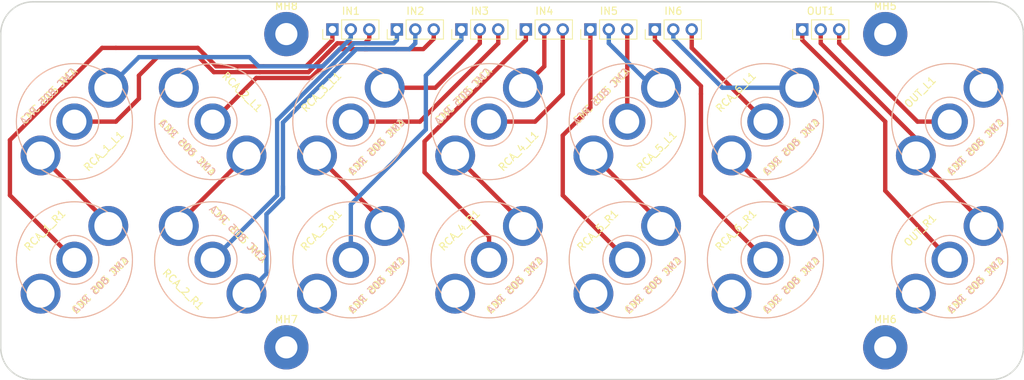
<source format=kicad_pcb>
(kicad_pcb (version 20171130) (host pcbnew "(5.0.1-3-g963ef8bb5)")

  (general
    (thickness 1.6)
    (drawings 8)
    (tracks 121)
    (zones 0)
    (modules 25)
    (nets 22)
  )

  (page A4)
  (layers
    (0 Top signal)
    (31 Bottom signal)
    (32 B.Adhes user)
    (33 F.Adhes user)
    (34 B.Paste user hide)
    (35 F.Paste user)
    (36 B.SilkS user hide)
    (37 F.SilkS user)
    (38 B.Mask user)
    (39 F.Mask user)
    (40 Dwgs.User user)
    (41 Cmts.User user)
    (42 Eco1.User user)
    (43 Eco2.User user)
    (44 Edge.Cuts user)
    (45 Margin user)
    (46 B.CrtYd user hide)
    (47 F.CrtYd user)
    (48 B.Fab user)
    (49 F.Fab user hide)
  )

  (setup
    (last_trace_width 0.25)
    (trace_clearance 0.2)
    (zone_clearance 0.508)
    (zone_45_only no)
    (trace_min 0.2)
    (segment_width 0.2)
    (edge_width 0.2)
    (via_size 0.8)
    (via_drill 0.4)
    (via_min_size 0.4)
    (via_min_drill 0.3)
    (uvia_size 0.3)
    (uvia_drill 0.1)
    (uvias_allowed no)
    (uvia_min_size 0.2)
    (uvia_min_drill 0.1)
    (pcb_text_width 0.3)
    (pcb_text_size 1.5 1.5)
    (mod_edge_width 0.15)
    (mod_text_size 1 1)
    (mod_text_width 0.15)
    (pad_size 6.1 6.1)
    (pad_drill 3.05)
    (pad_to_mask_clearance 0.2)
    (solder_mask_min_width 0.25)
    (aux_axis_origin 0 0)
    (visible_elements FFFFFFFF)
    (pcbplotparams
      (layerselection 0x010fc_ffffffff)
      (usegerberextensions false)
      (usegerberattributes false)
      (usegerberadvancedattributes false)
      (creategerberjobfile false)
      (excludeedgelayer true)
      (linewidth 0.100000)
      (plotframeref false)
      (viasonmask false)
      (mode 1)
      (useauxorigin false)
      (hpglpennumber 1)
      (hpglpenspeed 20)
      (hpglpendiameter 15.000000)
      (psnegative false)
      (psa4output false)
      (plotreference true)
      (plotvalue true)
      (plotinvisibletext false)
      (padsonsilk false)
      (subtractmaskfromsilk false)
      (outputformat 1)
      (mirror false)
      (drillshape 1)
      (scaleselection 1)
      (outputdirectory ""))
  )

  (net 0 "")
  (net 1 "Net-(IN1-Pad1)")
  (net 2 "Net-(IN1-Pad2)")
  (net 3 "Net-(IN1-Pad3)")
  (net 4 "Net-(IN2-Pad3)")
  (net 5 "Net-(IN2-Pad2)")
  (net 6 "Net-(IN2-Pad1)")
  (net 7 "Net-(IN3-Pad1)")
  (net 8 "Net-(IN3-Pad2)")
  (net 9 "Net-(IN3-Pad3)")
  (net 10 "Net-(IN4-Pad3)")
  (net 11 "Net-(IN4-Pad2)")
  (net 12 "Net-(IN4-Pad1)")
  (net 13 "Net-(IN5-Pad1)")
  (net 14 "Net-(IN5-Pad2)")
  (net 15 "Net-(IN5-Pad3)")
  (net 16 "Net-(IN6-Pad3)")
  (net 17 "Net-(IN6-Pad2)")
  (net 18 "Net-(IN6-Pad1)")
  (net 19 "Net-(OUT1-Pad1)")
  (net 20 "Net-(OUT1-Pad2)")
  (net 21 "Net-(OUT1-Pad3)")

  (net_class Default "This is the default net class."
    (clearance 0.2)
    (trace_width 0.25)
    (via_dia 0.8)
    (via_drill 0.4)
    (uvia_dia 0.3)
    (uvia_drill 0.1)
  )

  (net_class audio ""
    (clearance 0.2)
    (trace_width 0.6)
    (via_dia 0.8)
    (via_drill 0.4)
    (uvia_dia 0.3)
    (uvia_drill 0.1)
    (add_net "Net-(IN1-Pad1)")
    (add_net "Net-(IN1-Pad2)")
    (add_net "Net-(IN1-Pad3)")
    (add_net "Net-(IN2-Pad1)")
    (add_net "Net-(IN2-Pad2)")
    (add_net "Net-(IN2-Pad3)")
    (add_net "Net-(IN3-Pad1)")
    (add_net "Net-(IN3-Pad2)")
    (add_net "Net-(IN3-Pad3)")
    (add_net "Net-(IN4-Pad1)")
    (add_net "Net-(IN4-Pad2)")
    (add_net "Net-(IN4-Pad3)")
    (add_net "Net-(IN5-Pad1)")
    (add_net "Net-(IN5-Pad2)")
    (add_net "Net-(IN5-Pad3)")
    (add_net "Net-(IN6-Pad1)")
    (add_net "Net-(IN6-Pad2)")
    (add_net "Net-(IN6-Pad3)")
    (add_net "Net-(OUT1-Pad1)")
    (add_net "Net-(OUT1-Pad2)")
    (add_net "Net-(OUT1-Pad3)")
  )

  (module Connector_PinHeader_2.54mm:PinHeader_1x03_P2.54mm_Vertical (layer Top) (tedit 59FED5CC) (tstamp 5C276026)
    (at 114.3 67.31 90)
    (descr "Through hole straight pin header, 1x03, 2.54mm pitch, single row")
    (tags "Through hole pin header THT 1x03 2.54mm single row")
    (path /5C27AD2A)
    (fp_text reference IN1 (at 2.54 2.54 180) (layer F.SilkS)
      (effects (font (size 1 1) (thickness 0.15)))
    )
    (fp_text value Conn_01x03 (at 0 7.41 90) (layer F.Fab)
      (effects (font (size 1 1) (thickness 0.15)))
    )
    (fp_line (start -0.635 -1.27) (end 1.27 -1.27) (layer F.Fab) (width 0.1))
    (fp_line (start 1.27 -1.27) (end 1.27 6.35) (layer F.Fab) (width 0.1))
    (fp_line (start 1.27 6.35) (end -1.27 6.35) (layer F.Fab) (width 0.1))
    (fp_line (start -1.27 6.35) (end -1.27 -0.635) (layer F.Fab) (width 0.1))
    (fp_line (start -1.27 -0.635) (end -0.635 -1.27) (layer F.Fab) (width 0.1))
    (fp_line (start -1.33 6.41) (end 1.33 6.41) (layer F.SilkS) (width 0.12))
    (fp_line (start -1.33 1.27) (end -1.33 6.41) (layer F.SilkS) (width 0.12))
    (fp_line (start 1.33 1.27) (end 1.33 6.41) (layer F.SilkS) (width 0.12))
    (fp_line (start -1.33 1.27) (end 1.33 1.27) (layer F.SilkS) (width 0.12))
    (fp_line (start -1.33 0) (end -1.33 -1.33) (layer F.SilkS) (width 0.12))
    (fp_line (start -1.33 -1.33) (end 0 -1.33) (layer F.SilkS) (width 0.12))
    (fp_line (start -1.8 -1.8) (end -1.8 6.85) (layer F.CrtYd) (width 0.05))
    (fp_line (start -1.8 6.85) (end 1.8 6.85) (layer F.CrtYd) (width 0.05))
    (fp_line (start 1.8 6.85) (end 1.8 -1.8) (layer F.CrtYd) (width 0.05))
    (fp_line (start 1.8 -1.8) (end -1.8 -1.8) (layer F.CrtYd) (width 0.05))
    (fp_text user %R (at 0 2.54 180) (layer F.Fab)
      (effects (font (size 1 1) (thickness 0.15)))
    )
    (pad 1 thru_hole rect (at 0 0 90) (size 1.7 1.7) (drill 1) (layers *.Cu *.Mask)
      (net 1 "Net-(IN1-Pad1)"))
    (pad 2 thru_hole oval (at 0 2.54 90) (size 1.7 1.7) (drill 1) (layers *.Cu *.Mask)
      (net 2 "Net-(IN1-Pad2)"))
    (pad 3 thru_hole oval (at 0 5.08 90) (size 1.7 1.7) (drill 1) (layers *.Cu *.Mask)
      (net 3 "Net-(IN1-Pad3)"))
    (model ${KISYS3DMOD}/Connector_PinHeader_2.54mm.3dshapes/PinHeader_1x03_P2.54mm_Vertical.wrl
      (at (xyz 0 0 0))
      (scale (xyz 1 1 1))
      (rotate (xyz 0 0 0))
    )
  )

  (module Connector_PinHeader_2.54mm:PinHeader_1x03_P2.54mm_Vertical (layer Top) (tedit 59FED5CC) (tstamp 5C27708D)
    (at 123.19 67.31 90)
    (descr "Through hole straight pin header, 1x03, 2.54mm pitch, single row")
    (tags "Through hole pin header THT 1x03 2.54mm single row")
    (path /5C27AD31)
    (fp_text reference IN2 (at 2.54 2.54 180) (layer F.SilkS)
      (effects (font (size 1 1) (thickness 0.15)))
    )
    (fp_text value Conn_01x03 (at 0 7.41 90) (layer F.Fab)
      (effects (font (size 1 1) (thickness 0.15)))
    )
    (fp_text user %R (at 0 2.54 180) (layer F.Fab)
      (effects (font (size 1 1) (thickness 0.15)))
    )
    (fp_line (start 1.8 -1.8) (end -1.8 -1.8) (layer F.CrtYd) (width 0.05))
    (fp_line (start 1.8 6.85) (end 1.8 -1.8) (layer F.CrtYd) (width 0.05))
    (fp_line (start -1.8 6.85) (end 1.8 6.85) (layer F.CrtYd) (width 0.05))
    (fp_line (start -1.8 -1.8) (end -1.8 6.85) (layer F.CrtYd) (width 0.05))
    (fp_line (start -1.33 -1.33) (end 0 -1.33) (layer F.SilkS) (width 0.12))
    (fp_line (start -1.33 0) (end -1.33 -1.33) (layer F.SilkS) (width 0.12))
    (fp_line (start -1.33 1.27) (end 1.33 1.27) (layer F.SilkS) (width 0.12))
    (fp_line (start 1.33 1.27) (end 1.33 6.41) (layer F.SilkS) (width 0.12))
    (fp_line (start -1.33 1.27) (end -1.33 6.41) (layer F.SilkS) (width 0.12))
    (fp_line (start -1.33 6.41) (end 1.33 6.41) (layer F.SilkS) (width 0.12))
    (fp_line (start -1.27 -0.635) (end -0.635 -1.27) (layer F.Fab) (width 0.1))
    (fp_line (start -1.27 6.35) (end -1.27 -0.635) (layer F.Fab) (width 0.1))
    (fp_line (start 1.27 6.35) (end -1.27 6.35) (layer F.Fab) (width 0.1))
    (fp_line (start 1.27 -1.27) (end 1.27 6.35) (layer F.Fab) (width 0.1))
    (fp_line (start -0.635 -1.27) (end 1.27 -1.27) (layer F.Fab) (width 0.1))
    (pad 3 thru_hole oval (at 0 5.08 90) (size 1.7 1.7) (drill 1) (layers *.Cu *.Mask)
      (net 4 "Net-(IN2-Pad3)"))
    (pad 2 thru_hole oval (at 0 2.54 90) (size 1.7 1.7) (drill 1) (layers *.Cu *.Mask)
      (net 5 "Net-(IN2-Pad2)"))
    (pad 1 thru_hole rect (at 0 0 90) (size 1.7 1.7) (drill 1) (layers *.Cu *.Mask)
      (net 6 "Net-(IN2-Pad1)"))
    (model ${KISYS3DMOD}/Connector_PinHeader_2.54mm.3dshapes/PinHeader_1x03_P2.54mm_Vertical.wrl
      (at (xyz 0 0 0))
      (scale (xyz 1 1 1))
      (rotate (xyz 0 0 0))
    )
  )

  (module Connector_PinHeader_2.54mm:PinHeader_1x03_P2.54mm_Vertical (layer Top) (tedit 59FED5CC) (tstamp 5C277009)
    (at 132.08 67.31 90)
    (descr "Through hole straight pin header, 1x03, 2.54mm pitch, single row")
    (tags "Through hole pin header THT 1x03 2.54mm single row")
    (path /5C27AD38)
    (fp_text reference IN3 (at 2.54 2.54 180) (layer F.SilkS)
      (effects (font (size 1 1) (thickness 0.15)))
    )
    (fp_text value Conn_01x03 (at 0 7.41 90) (layer F.Fab)
      (effects (font (size 1 1) (thickness 0.15)))
    )
    (fp_line (start -0.635 -1.27) (end 1.27 -1.27) (layer F.Fab) (width 0.1))
    (fp_line (start 1.27 -1.27) (end 1.27 6.35) (layer F.Fab) (width 0.1))
    (fp_line (start 1.27 6.35) (end -1.27 6.35) (layer F.Fab) (width 0.1))
    (fp_line (start -1.27 6.35) (end -1.27 -0.635) (layer F.Fab) (width 0.1))
    (fp_line (start -1.27 -0.635) (end -0.635 -1.27) (layer F.Fab) (width 0.1))
    (fp_line (start -1.33 6.41) (end 1.33 6.41) (layer F.SilkS) (width 0.12))
    (fp_line (start -1.33 1.27) (end -1.33 6.41) (layer F.SilkS) (width 0.12))
    (fp_line (start 1.33 1.27) (end 1.33 6.41) (layer F.SilkS) (width 0.12))
    (fp_line (start -1.33 1.27) (end 1.33 1.27) (layer F.SilkS) (width 0.12))
    (fp_line (start -1.33 0) (end -1.33 -1.33) (layer F.SilkS) (width 0.12))
    (fp_line (start -1.33 -1.33) (end 0 -1.33) (layer F.SilkS) (width 0.12))
    (fp_line (start -1.8 -1.8) (end -1.8 6.85) (layer F.CrtYd) (width 0.05))
    (fp_line (start -1.8 6.85) (end 1.8 6.85) (layer F.CrtYd) (width 0.05))
    (fp_line (start 1.8 6.85) (end 1.8 -1.8) (layer F.CrtYd) (width 0.05))
    (fp_line (start 1.8 -1.8) (end -1.8 -1.8) (layer F.CrtYd) (width 0.05))
    (fp_text user %R (at 0 2.54 180) (layer F.Fab)
      (effects (font (size 1 1) (thickness 0.15)))
    )
    (pad 1 thru_hole rect (at 0 0 90) (size 1.7 1.7) (drill 1) (layers *.Cu *.Mask)
      (net 7 "Net-(IN3-Pad1)"))
    (pad 2 thru_hole oval (at 0 2.54 90) (size 1.7 1.7) (drill 1) (layers *.Cu *.Mask)
      (net 8 "Net-(IN3-Pad2)"))
    (pad 3 thru_hole oval (at 0 5.08 90) (size 1.7 1.7) (drill 1) (layers *.Cu *.Mask)
      (net 9 "Net-(IN3-Pad3)"))
    (model ${KISYS3DMOD}/Connector_PinHeader_2.54mm.3dshapes/PinHeader_1x03_P2.54mm_Vertical.wrl
      (at (xyz 0 0 0))
      (scale (xyz 1 1 1))
      (rotate (xyz 0 0 0))
    )
  )

  (module Connector_PinHeader_2.54mm:PinHeader_1x03_P2.54mm_Vertical (layer Top) (tedit 59FED5CC) (tstamp 5C276FC7)
    (at 140.97 67.31 90)
    (descr "Through hole straight pin header, 1x03, 2.54mm pitch, single row")
    (tags "Through hole pin header THT 1x03 2.54mm single row")
    (path /5C27AD3F)
    (fp_text reference IN4 (at 2.54 2.54 180) (layer F.SilkS)
      (effects (font (size 1 1) (thickness 0.15)))
    )
    (fp_text value Conn_01x03 (at 0 7.41 90) (layer F.Fab)
      (effects (font (size 1 1) (thickness 0.15)))
    )
    (fp_text user %R (at 0 2.54 180) (layer F.Fab)
      (effects (font (size 1 1) (thickness 0.15)))
    )
    (fp_line (start 1.8 -1.8) (end -1.8 -1.8) (layer F.CrtYd) (width 0.05))
    (fp_line (start 1.8 6.85) (end 1.8 -1.8) (layer F.CrtYd) (width 0.05))
    (fp_line (start -1.8 6.85) (end 1.8 6.85) (layer F.CrtYd) (width 0.05))
    (fp_line (start -1.8 -1.8) (end -1.8 6.85) (layer F.CrtYd) (width 0.05))
    (fp_line (start -1.33 -1.33) (end 0 -1.33) (layer F.SilkS) (width 0.12))
    (fp_line (start -1.33 0) (end -1.33 -1.33) (layer F.SilkS) (width 0.12))
    (fp_line (start -1.33 1.27) (end 1.33 1.27) (layer F.SilkS) (width 0.12))
    (fp_line (start 1.33 1.27) (end 1.33 6.41) (layer F.SilkS) (width 0.12))
    (fp_line (start -1.33 1.27) (end -1.33 6.41) (layer F.SilkS) (width 0.12))
    (fp_line (start -1.33 6.41) (end 1.33 6.41) (layer F.SilkS) (width 0.12))
    (fp_line (start -1.27 -0.635) (end -0.635 -1.27) (layer F.Fab) (width 0.1))
    (fp_line (start -1.27 6.35) (end -1.27 -0.635) (layer F.Fab) (width 0.1))
    (fp_line (start 1.27 6.35) (end -1.27 6.35) (layer F.Fab) (width 0.1))
    (fp_line (start 1.27 -1.27) (end 1.27 6.35) (layer F.Fab) (width 0.1))
    (fp_line (start -0.635 -1.27) (end 1.27 -1.27) (layer F.Fab) (width 0.1))
    (pad 3 thru_hole oval (at 0 5.08 90) (size 1.7 1.7) (drill 1) (layers *.Cu *.Mask)
      (net 10 "Net-(IN4-Pad3)"))
    (pad 2 thru_hole oval (at 0 2.54 90) (size 1.7 1.7) (drill 1) (layers *.Cu *.Mask)
      (net 11 "Net-(IN4-Pad2)"))
    (pad 1 thru_hole rect (at 0 0 90) (size 1.7 1.7) (drill 1) (layers *.Cu *.Mask)
      (net 12 "Net-(IN4-Pad1)"))
    (model ${KISYS3DMOD}/Connector_PinHeader_2.54mm.3dshapes/PinHeader_1x03_P2.54mm_Vertical.wrl
      (at (xyz 0 0 0))
      (scale (xyz 1 1 1))
      (rotate (xyz 0 0 0))
    )
  )

  (module Connector_PinHeader_2.54mm:PinHeader_1x03_P2.54mm_Vertical (layer Top) (tedit 59FED5CC) (tstamp 5C276F85)
    (at 149.86 67.31 90)
    (descr "Through hole straight pin header, 1x03, 2.54mm pitch, single row")
    (tags "Through hole pin header THT 1x03 2.54mm single row")
    (path /5C27AD46)
    (fp_text reference IN5 (at 2.54 2.54 180) (layer F.SilkS)
      (effects (font (size 1 1) (thickness 0.15)))
    )
    (fp_text value Conn_01x03 (at 0 7.41 90) (layer F.Fab)
      (effects (font (size 1 1) (thickness 0.15)))
    )
    (fp_line (start -0.635 -1.27) (end 1.27 -1.27) (layer F.Fab) (width 0.1))
    (fp_line (start 1.27 -1.27) (end 1.27 6.35) (layer F.Fab) (width 0.1))
    (fp_line (start 1.27 6.35) (end -1.27 6.35) (layer F.Fab) (width 0.1))
    (fp_line (start -1.27 6.35) (end -1.27 -0.635) (layer F.Fab) (width 0.1))
    (fp_line (start -1.27 -0.635) (end -0.635 -1.27) (layer F.Fab) (width 0.1))
    (fp_line (start -1.33 6.41) (end 1.33 6.41) (layer F.SilkS) (width 0.12))
    (fp_line (start -1.33 1.27) (end -1.33 6.41) (layer F.SilkS) (width 0.12))
    (fp_line (start 1.33 1.27) (end 1.33 6.41) (layer F.SilkS) (width 0.12))
    (fp_line (start -1.33 1.27) (end 1.33 1.27) (layer F.SilkS) (width 0.12))
    (fp_line (start -1.33 0) (end -1.33 -1.33) (layer F.SilkS) (width 0.12))
    (fp_line (start -1.33 -1.33) (end 0 -1.33) (layer F.SilkS) (width 0.12))
    (fp_line (start -1.8 -1.8) (end -1.8 6.85) (layer F.CrtYd) (width 0.05))
    (fp_line (start -1.8 6.85) (end 1.8 6.85) (layer F.CrtYd) (width 0.05))
    (fp_line (start 1.8 6.85) (end 1.8 -1.8) (layer F.CrtYd) (width 0.05))
    (fp_line (start 1.8 -1.8) (end -1.8 -1.8) (layer F.CrtYd) (width 0.05))
    (fp_text user %R (at 0 2.54 180) (layer F.Fab)
      (effects (font (size 1 1) (thickness 0.15)))
    )
    (pad 1 thru_hole rect (at 0 0 90) (size 1.7 1.7) (drill 1) (layers *.Cu *.Mask)
      (net 13 "Net-(IN5-Pad1)"))
    (pad 2 thru_hole oval (at 0 2.54 90) (size 1.7 1.7) (drill 1) (layers *.Cu *.Mask)
      (net 14 "Net-(IN5-Pad2)"))
    (pad 3 thru_hole oval (at 0 5.08 90) (size 1.7 1.7) (drill 1) (layers *.Cu *.Mask)
      (net 15 "Net-(IN5-Pad3)"))
    (model ${KISYS3DMOD}/Connector_PinHeader_2.54mm.3dshapes/PinHeader_1x03_P2.54mm_Vertical.wrl
      (at (xyz 0 0 0))
      (scale (xyz 1 1 1))
      (rotate (xyz 0 0 0))
    )
  )

  (module Connector_PinHeader_2.54mm:PinHeader_1x03_P2.54mm_Vertical (layer Top) (tedit 59FED5CC) (tstamp 5C27A5E6)
    (at 158.75 67.31 90)
    (descr "Through hole straight pin header, 1x03, 2.54mm pitch, single row")
    (tags "Through hole pin header THT 1x03 2.54mm single row")
    (path /5C27AD4D)
    (fp_text reference IN6 (at 2.54 2.54 180) (layer F.SilkS)
      (effects (font (size 1 1) (thickness 0.15)))
    )
    (fp_text value Conn_01x03 (at 0 7.41 90) (layer F.Fab)
      (effects (font (size 1 1) (thickness 0.15)))
    )
    (fp_text user %R (at 0 2.54 180) (layer F.Fab)
      (effects (font (size 1 1) (thickness 0.15)))
    )
    (fp_line (start 1.8 -1.8) (end -1.8 -1.8) (layer F.CrtYd) (width 0.05))
    (fp_line (start 1.8 6.85) (end 1.8 -1.8) (layer F.CrtYd) (width 0.05))
    (fp_line (start -1.8 6.85) (end 1.8 6.85) (layer F.CrtYd) (width 0.05))
    (fp_line (start -1.8 -1.8) (end -1.8 6.85) (layer F.CrtYd) (width 0.05))
    (fp_line (start -1.33 -1.33) (end 0 -1.33) (layer F.SilkS) (width 0.12))
    (fp_line (start -1.33 0) (end -1.33 -1.33) (layer F.SilkS) (width 0.12))
    (fp_line (start -1.33 1.27) (end 1.33 1.27) (layer F.SilkS) (width 0.12))
    (fp_line (start 1.33 1.27) (end 1.33 6.41) (layer F.SilkS) (width 0.12))
    (fp_line (start -1.33 1.27) (end -1.33 6.41) (layer F.SilkS) (width 0.12))
    (fp_line (start -1.33 6.41) (end 1.33 6.41) (layer F.SilkS) (width 0.12))
    (fp_line (start -1.27 -0.635) (end -0.635 -1.27) (layer F.Fab) (width 0.1))
    (fp_line (start -1.27 6.35) (end -1.27 -0.635) (layer F.Fab) (width 0.1))
    (fp_line (start 1.27 6.35) (end -1.27 6.35) (layer F.Fab) (width 0.1))
    (fp_line (start 1.27 -1.27) (end 1.27 6.35) (layer F.Fab) (width 0.1))
    (fp_line (start -0.635 -1.27) (end 1.27 -1.27) (layer F.Fab) (width 0.1))
    (pad 3 thru_hole oval (at 0 5.08 90) (size 1.7 1.7) (drill 1) (layers *.Cu *.Mask)
      (net 16 "Net-(IN6-Pad3)"))
    (pad 2 thru_hole oval (at 0 2.54 90) (size 1.7 1.7) (drill 1) (layers *.Cu *.Mask)
      (net 17 "Net-(IN6-Pad2)"))
    (pad 1 thru_hole rect (at 0 0 90) (size 1.7 1.7) (drill 1) (layers *.Cu *.Mask)
      (net 18 "Net-(IN6-Pad1)"))
    (model ${KISYS3DMOD}/Connector_PinHeader_2.54mm.3dshapes/PinHeader_1x03_P2.54mm_Vertical.wrl
      (at (xyz 0 0 0))
      (scale (xyz 1 1 1))
      (rotate (xyz 0 0 0))
    )
  )

  (module MountingHole:MountingHole_3.2mm_M3_ISO7380 (layer Top) (tedit 5C27ADDD) (tstamp 5C34741D)
    (at 190.5 67.945)
    (descr "Mounting Hole 3.2mm, no annular, M3, ISO7380")
    (tags "mounting hole 3.2mm no annular m3 iso7380")
    (path /5C27ADA8)
    (attr virtual)
    (fp_text reference MH5 (at 0 -3.85) (layer F.SilkS)
      (effects (font (size 1 1) (thickness 0.15)))
    )
    (fp_text value MountingHole (at 0 3.85) (layer F.Fab)
      (effects (font (size 1 1) (thickness 0.15)))
    )
    (fp_text user %R (at 0.3 0) (layer F.Fab)
      (effects (font (size 1 1) (thickness 0.15)))
    )
    (fp_circle (center 0 0) (end 2.85 0) (layer Cmts.User) (width 0.15))
    (fp_circle (center 0 0) (end 3.1 0) (layer F.CrtYd) (width 0.05))
    (pad 1 thru_hole circle (at 0 0) (size 6.1 6.1) (drill 3.05) (layers *.Cu *.Mask))
  )

  (module MountingHole:MountingHole_3.2mm_M3_ISO7380 (layer Top) (tedit 5C27ADE7) (tstamp 5C27A6CB)
    (at 190.5 111.125)
    (descr "Mounting Hole 3.2mm, no annular, M3, ISO7380")
    (tags "mounting hole 3.2mm no annular m3 iso7380")
    (path /5C27ADAF)
    (attr virtual)
    (fp_text reference MH6 (at 0 -3.85) (layer F.SilkS)
      (effects (font (size 1 1) (thickness 0.15)))
    )
    (fp_text value MountingHole (at 0 3.85) (layer F.Fab)
      (effects (font (size 1 1) (thickness 0.15)))
    )
    (fp_circle (center 0 0) (end 3.1 0) (layer F.CrtYd) (width 0.05))
    (fp_circle (center 0 0) (end 2.85 0) (layer Cmts.User) (width 0.15))
    (fp_text user %R (at 0.3 0) (layer F.Fab)
      (effects (font (size 1 1) (thickness 0.15)))
    )
    (pad 1 thru_hole circle (at 0 0) (size 6.1 6.1) (drill 3.05) (layers *.Cu *.Mask))
  )

  (module MountingHole:MountingHole_3.2mm_M3_ISO7380 (layer Top) (tedit 5C27ADF3) (tstamp 5C2760B1)
    (at 107.95 111.125)
    (descr "Mounting Hole 3.2mm, no annular, M3, ISO7380")
    (tags "mounting hole 3.2mm no annular m3 iso7380")
    (path /5C27ADB6)
    (attr virtual)
    (fp_text reference MH7 (at 0 -3.85) (layer F.SilkS)
      (effects (font (size 1 1) (thickness 0.15)))
    )
    (fp_text value MountingHole (at 0 3.85) (layer F.Fab)
      (effects (font (size 1 1) (thickness 0.15)))
    )
    (fp_text user %R (at 0.3 0) (layer F.Fab)
      (effects (font (size 1 1) (thickness 0.15)))
    )
    (fp_circle (center 0 0) (end 2.85 0) (layer Cmts.User) (width 0.15))
    (fp_circle (center 0 0) (end 3.1 0) (layer F.CrtYd) (width 0.05))
    (pad 1 thru_hole circle (at 0 0) (size 6.1 6.1) (drill 3.05) (layers *.Cu *.Mask))
  )

  (module MountingHole:MountingHole_3.2mm_M3_ISO7380 (layer Top) (tedit 5C27AE0B) (tstamp 5C2760B9)
    (at 107.95 67.945)
    (descr "Mounting Hole 3.2mm, no annular, M3, ISO7380")
    (tags "mounting hole 3.2mm no annular m3 iso7380")
    (path /5C27ADBD)
    (attr virtual)
    (fp_text reference MH8 (at 0 -3.85) (layer F.SilkS)
      (effects (font (size 1 1) (thickness 0.15)))
    )
    (fp_text value MountingHole (at 0 3.85) (layer F.Fab)
      (effects (font (size 1 1) (thickness 0.15)))
    )
    (fp_circle (center 0 0) (end 3.1 0) (layer F.CrtYd) (width 0.05))
    (fp_circle (center 0 0) (end 2.85 0) (layer Cmts.User) (width 0.15))
    (fp_text user %R (at 0.3 0) (layer F.Fab)
      (effects (font (size 1 1) (thickness 0.15)))
    )
    (pad 1 thru_hole circle (at 0 0) (size 6.1 6.1) (drill 3.05) (layers *.Cu *.Mask))
  )

  (module Connector_PinHeader_2.54mm:PinHeader_1x03_P2.54mm_Vertical (layer Top) (tedit 59FED5CC) (tstamp 5C2760D0)
    (at 179.07 67.31 90)
    (descr "Through hole straight pin header, 1x03, 2.54mm pitch, single row")
    (tags "Through hole pin header THT 1x03 2.54mm single row")
    (path /5C27AD54)
    (fp_text reference OUT1 (at 2.54 2.54 180) (layer F.SilkS)
      (effects (font (size 1 1) (thickness 0.15)))
    )
    (fp_text value Conn_01x03 (at 0 7.41 90) (layer F.Fab)
      (effects (font (size 1 1) (thickness 0.15)))
    )
    (fp_line (start -0.635 -1.27) (end 1.27 -1.27) (layer F.Fab) (width 0.1))
    (fp_line (start 1.27 -1.27) (end 1.27 6.35) (layer F.Fab) (width 0.1))
    (fp_line (start 1.27 6.35) (end -1.27 6.35) (layer F.Fab) (width 0.1))
    (fp_line (start -1.27 6.35) (end -1.27 -0.635) (layer F.Fab) (width 0.1))
    (fp_line (start -1.27 -0.635) (end -0.635 -1.27) (layer F.Fab) (width 0.1))
    (fp_line (start -1.33 6.41) (end 1.33 6.41) (layer F.SilkS) (width 0.12))
    (fp_line (start -1.33 1.27) (end -1.33 6.41) (layer F.SilkS) (width 0.12))
    (fp_line (start 1.33 1.27) (end 1.33 6.41) (layer F.SilkS) (width 0.12))
    (fp_line (start -1.33 1.27) (end 1.33 1.27) (layer F.SilkS) (width 0.12))
    (fp_line (start -1.33 0) (end -1.33 -1.33) (layer F.SilkS) (width 0.12))
    (fp_line (start -1.33 -1.33) (end 0 -1.33) (layer F.SilkS) (width 0.12))
    (fp_line (start -1.8 -1.8) (end -1.8 6.85) (layer F.CrtYd) (width 0.05))
    (fp_line (start -1.8 6.85) (end 1.8 6.85) (layer F.CrtYd) (width 0.05))
    (fp_line (start 1.8 6.85) (end 1.8 -1.8) (layer F.CrtYd) (width 0.05))
    (fp_line (start 1.8 -1.8) (end -1.8 -1.8) (layer F.CrtYd) (width 0.05))
    (fp_text user %R (at 0 2.54 180) (layer F.Fab)
      (effects (font (size 1 1) (thickness 0.15)))
    )
    (pad 1 thru_hole rect (at 0 0 90) (size 1.7 1.7) (drill 1) (layers *.Cu *.Mask)
      (net 19 "Net-(OUT1-Pad1)"))
    (pad 2 thru_hole oval (at 0 2.54 90) (size 1.7 1.7) (drill 1) (layers *.Cu *.Mask)
      (net 20 "Net-(OUT1-Pad2)"))
    (pad 3 thru_hole oval (at 0 5.08 90) (size 1.7 1.7) (drill 1) (layers *.Cu *.Mask)
      (net 21 "Net-(OUT1-Pad3)"))
    (model ${KISYS3DMOD}/Connector_PinHeader_2.54mm.3dshapes/PinHeader_1x03_P2.54mm_Vertical.wrl
      (at (xyz 0 0 0))
      (scale (xyz 1 1 1))
      (rotate (xyz 0 0 0))
    )
  )

  (module rca-panel:cmc-805 (layer Top) (tedit 5C027552) (tstamp 5C27AAE6)
    (at 199.39 99.06 45)
    (path /5C27AD23)
    (fp_text reference OUT_R1 (at 0 -5.75 45) (layer F.SilkS)
      (effects (font (size 1 1) (thickness 0.15)))
    )
    (fp_text value Conn_Coaxial (at 0 -9 45) (layer F.Fab)
      (effects (font (size 1 1) (thickness 0.15)))
    )
    (fp_circle (center 0 0) (end 8 0) (layer F.SilkS) (width 0.15))
    (fp_text user "CMC 805 RCA" (at 0 5 45) (layer F.SilkS)
      (effects (font (size 1 1) (thickness 0.15)))
    )
    (fp_text user "CMC 805 RCA" (at 0.1 5 45) (layer B.SilkS)
      (effects (font (size 1 1) (thickness 0.15)) (justify mirror))
    )
    (fp_circle (center 0 0) (end 2.25 2.5) (layer F.SilkS) (width 0.15))
    (fp_circle (center 0 0) (end 8 0) (layer B.SilkS) (width 0.15))
    (fp_circle (center 0 0) (end 3.363406 0) (layer B.SilkS) (width 0.15))
    (pad 1 thru_hole circle (at 0 0 45) (size 5 5) (drill 3.3) (layers *.Cu *.Mask)
      (net 19 "Net-(OUT1-Pad1)"))
    (pad 2 thru_hole circle (at 6.6 0 45) (size 5.5 5.5) (drill 3.85) (layers *.Cu *.Mask)
      (net 20 "Net-(OUT1-Pad2)"))
    (pad 2 thru_hole circle (at -6.6 0 45) (size 5.5 5.5) (drill 3.85) (layers *.Cu *.Mask)
      (net 20 "Net-(OUT1-Pad2)"))
  )

  (module rca-panel:cmc-805 (layer Top) (tedit 5C027552) (tstamp 5C27AAC2)
    (at 199.39 80.01 45)
    (path /5C27AD1C)
    (fp_text reference OUT_L1 (at 0 -5.75 45) (layer F.SilkS)
      (effects (font (size 1 1) (thickness 0.15)))
    )
    (fp_text value Conn_Coaxial (at 0 -9 45) (layer F.Fab)
      (effects (font (size 1 1) (thickness 0.15)))
    )
    (fp_circle (center 0 0) (end 3.363406 0) (layer B.SilkS) (width 0.15))
    (fp_circle (center 0 0) (end 8 0) (layer B.SilkS) (width 0.15))
    (fp_circle (center 0 0) (end 2.25 2.5) (layer F.SilkS) (width 0.15))
    (fp_text user "CMC 805 RCA" (at 0.1 5 45) (layer B.SilkS)
      (effects (font (size 1 1) (thickness 0.15)) (justify mirror))
    )
    (fp_text user "CMC 805 RCA" (at 0 5 45) (layer F.SilkS)
      (effects (font (size 1 1) (thickness 0.15)))
    )
    (fp_circle (center 0 0) (end 8 0) (layer F.SilkS) (width 0.15))
    (pad 2 thru_hole circle (at -6.6 0 45) (size 5.5 5.5) (drill 3.85) (layers *.Cu *.Mask)
      (net 20 "Net-(OUT1-Pad2)"))
    (pad 2 thru_hole circle (at 6.6 0 45) (size 5.5 5.5) (drill 3.85) (layers *.Cu *.Mask)
      (net 20 "Net-(OUT1-Pad2)"))
    (pad 1 thru_hole circle (at 0 0 45) (size 5 5) (drill 3.3) (layers *.Cu *.Mask)
      (net 21 "Net-(OUT1-Pad3)"))
  )

  (module rca-panel:cmc-805 (layer Top) (tedit 5C027552) (tstamp 5C27AA9E)
    (at 78.74 99.06 45)
    (path /5C27ACCF)
    (fp_text reference RCA_1_R1 (at 0 -5.75 45) (layer F.SilkS)
      (effects (font (size 1 1) (thickness 0.15)))
    )
    (fp_text value Conn_Coaxial (at 0 -9 45) (layer F.Fab)
      (effects (font (size 1 1) (thickness 0.15)))
    )
    (fp_circle (center 0 0) (end 8 0) (layer F.SilkS) (width 0.15))
    (fp_text user "CMC 805 RCA" (at 0 5 45) (layer F.SilkS)
      (effects (font (size 1 1) (thickness 0.15)))
    )
    (fp_text user "CMC 805 RCA" (at 0.1 5 45) (layer B.SilkS)
      (effects (font (size 1 1) (thickness 0.15)) (justify mirror))
    )
    (fp_circle (center 0 0) (end 2.25 2.5) (layer F.SilkS) (width 0.15))
    (fp_circle (center 0 0) (end 8 0) (layer B.SilkS) (width 0.15))
    (fp_circle (center 0 0) (end 3.363406 0) (layer B.SilkS) (width 0.15))
    (pad 1 thru_hole circle (at 0 0 45) (size 5 5) (drill 3.3) (layers *.Cu *.Mask)
      (net 1 "Net-(IN1-Pad1)"))
    (pad 2 thru_hole circle (at 6.6 0 45) (size 5.5 5.5) (drill 3.85) (layers *.Cu *.Mask)
      (net 2 "Net-(IN1-Pad2)"))
    (pad 2 thru_hole circle (at -6.6 0 45) (size 5.5 5.5) (drill 3.85) (layers *.Cu *.Mask)
      (net 2 "Net-(IN1-Pad2)"))
  )

  (module rca-panel:cmc-805 (layer Top) (tedit 5C027552) (tstamp 5C27AA7A)
    (at 78.74 80.01 225)
    (path /5C27ACC8)
    (fp_text reference RCA_1_L1 (at 0 -5.75 225) (layer F.SilkS)
      (effects (font (size 1 1) (thickness 0.15)))
    )
    (fp_text value Conn_Coaxial (at 0 -9 225) (layer F.Fab)
      (effects (font (size 1 1) (thickness 0.15)))
    )
    (fp_circle (center 0 0) (end 3.363406 0) (layer B.SilkS) (width 0.15))
    (fp_circle (center 0 0) (end 8 0) (layer B.SilkS) (width 0.15))
    (fp_circle (center 0 0) (end 2.25 2.5) (layer F.SilkS) (width 0.15))
    (fp_text user "CMC 805 RCA" (at 0.1 5 225) (layer B.SilkS)
      (effects (font (size 1 1) (thickness 0.15)) (justify mirror))
    )
    (fp_text user "CMC 805 RCA" (at 0 5 225) (layer F.SilkS)
      (effects (font (size 1 1) (thickness 0.15)))
    )
    (fp_circle (center 0 0) (end 8 0) (layer F.SilkS) (width 0.15))
    (pad 2 thru_hole circle (at -6.6 0 225) (size 5.5 5.5) (drill 3.85) (layers *.Cu *.Mask)
      (net 2 "Net-(IN1-Pad2)"))
    (pad 2 thru_hole circle (at 6.6 0 225) (size 5.5 5.5) (drill 3.85) (layers *.Cu *.Mask)
      (net 2 "Net-(IN1-Pad2)"))
    (pad 1 thru_hole circle (at 0 0 225) (size 5 5) (drill 3.3) (layers *.Cu *.Mask)
      (net 3 "Net-(IN1-Pad3)"))
  )

  (module rca-panel:cmc-805 (layer Top) (tedit 5C027552) (tstamp 5C27AA56)
    (at 97.79 99.06 135)
    (path /5C27ACDD)
    (fp_text reference RCA_2_R1 (at 0 -5.75 135) (layer F.SilkS)
      (effects (font (size 1 1) (thickness 0.15)))
    )
    (fp_text value Conn_Coaxial (at 0 -9 135) (layer F.Fab)
      (effects (font (size 1 1) (thickness 0.15)))
    )
    (fp_circle (center 0 0) (end 8 0) (layer F.SilkS) (width 0.15))
    (fp_text user "CMC 805 RCA" (at 0 5 135) (layer F.SilkS)
      (effects (font (size 1 1) (thickness 0.15)))
    )
    (fp_text user "CMC 805 RCA" (at 0.1 5 135) (layer B.SilkS)
      (effects (font (size 1 1) (thickness 0.15)) (justify mirror))
    )
    (fp_circle (center 0 0) (end 2.25 2.5) (layer F.SilkS) (width 0.15))
    (fp_circle (center 0 0) (end 8 0) (layer B.SilkS) (width 0.15))
    (fp_circle (center 0 0) (end 3.363406 0) (layer B.SilkS) (width 0.15))
    (pad 1 thru_hole circle (at 0 0 135) (size 5 5) (drill 3.3) (layers *.Cu *.Mask)
      (net 6 "Net-(IN2-Pad1)"))
    (pad 2 thru_hole circle (at 6.6 0 135) (size 5.5 5.5) (drill 3.85) (layers *.Cu *.Mask)
      (net 5 "Net-(IN2-Pad2)"))
    (pad 2 thru_hole circle (at -6.6 0 135) (size 5.5 5.5) (drill 3.85) (layers *.Cu *.Mask)
      (net 5 "Net-(IN2-Pad2)"))
  )

  (module rca-panel:cmc-805 (layer Top) (tedit 5C027552) (tstamp 5C27AA32)
    (at 97.79 80.01 315)
    (path /5C27ACD6)
    (fp_text reference RCA_2_L1 (at 0 -5.75 315) (layer F.SilkS)
      (effects (font (size 1 1) (thickness 0.15)))
    )
    (fp_text value Conn_Coaxial (at 0 -9 315) (layer F.Fab)
      (effects (font (size 1 1) (thickness 0.15)))
    )
    (fp_circle (center 0 0) (end 3.363406 0) (layer B.SilkS) (width 0.15))
    (fp_circle (center 0 0) (end 8 0) (layer B.SilkS) (width 0.15))
    (fp_circle (center 0 0) (end 2.25 2.5) (layer F.SilkS) (width 0.15))
    (fp_text user "CMC 805 RCA" (at 0.1 5 315) (layer B.SilkS)
      (effects (font (size 1 1) (thickness 0.15)) (justify mirror))
    )
    (fp_text user "CMC 805 RCA" (at 0 5 315) (layer F.SilkS)
      (effects (font (size 1 1) (thickness 0.15)))
    )
    (fp_circle (center 0 0) (end 8 0) (layer F.SilkS) (width 0.15))
    (pad 2 thru_hole circle (at -6.6 0 315) (size 5.5 5.5) (drill 3.85) (layers *.Cu *.Mask)
      (net 5 "Net-(IN2-Pad2)"))
    (pad 2 thru_hole circle (at 6.6 0 315) (size 5.5 5.5) (drill 3.85) (layers *.Cu *.Mask)
      (net 5 "Net-(IN2-Pad2)"))
    (pad 1 thru_hole circle (at 0 0 315) (size 5 5) (drill 3.3) (layers *.Cu *.Mask)
      (net 4 "Net-(IN2-Pad3)"))
  )

  (module rca-panel:cmc-805 (layer Top) (tedit 5C027552) (tstamp 5C27AA0E)
    (at 116.84 99.06 45)
    (path /5C27ACEB)
    (fp_text reference RCA_3_R1 (at 0 -5.75 45) (layer F.SilkS)
      (effects (font (size 1 1) (thickness 0.15)))
    )
    (fp_text value Conn_Coaxial (at 0 -9 45) (layer F.Fab)
      (effects (font (size 1 1) (thickness 0.15)))
    )
    (fp_circle (center 0 0) (end 8 0) (layer F.SilkS) (width 0.15))
    (fp_text user "CMC 805 RCA" (at 0 5 45) (layer F.SilkS)
      (effects (font (size 1 1) (thickness 0.15)))
    )
    (fp_text user "CMC 805 RCA" (at 0.1 5 45) (layer B.SilkS)
      (effects (font (size 1 1) (thickness 0.15)) (justify mirror))
    )
    (fp_circle (center 0 0) (end 2.25 2.5) (layer F.SilkS) (width 0.15))
    (fp_circle (center 0 0) (end 8 0) (layer B.SilkS) (width 0.15))
    (fp_circle (center 0 0) (end 3.363406 0) (layer B.SilkS) (width 0.15))
    (pad 1 thru_hole circle (at 0 0 45) (size 5 5) (drill 3.3) (layers *.Cu *.Mask)
      (net 7 "Net-(IN3-Pad1)"))
    (pad 2 thru_hole circle (at 6.6 0 45) (size 5.5 5.5) (drill 3.85) (layers *.Cu *.Mask)
      (net 8 "Net-(IN3-Pad2)"))
    (pad 2 thru_hole circle (at -6.6 0 45) (size 5.5 5.5) (drill 3.85) (layers *.Cu *.Mask)
      (net 8 "Net-(IN3-Pad2)"))
  )

  (module rca-panel:cmc-805 (layer Top) (tedit 5C027552) (tstamp 5C27A9EA)
    (at 116.84 80.01 45)
    (path /5C27ACE4)
    (fp_text reference RCA_3_L1 (at 0 -5.75 45) (layer F.SilkS)
      (effects (font (size 1 1) (thickness 0.15)))
    )
    (fp_text value Conn_Coaxial (at 0 -9 45) (layer F.Fab)
      (effects (font (size 1 1) (thickness 0.15)))
    )
    (fp_circle (center 0 0) (end 3.363406 0) (layer B.SilkS) (width 0.15))
    (fp_circle (center 0 0) (end 8 0) (layer B.SilkS) (width 0.15))
    (fp_circle (center 0 0) (end 2.25 2.5) (layer F.SilkS) (width 0.15))
    (fp_text user "CMC 805 RCA" (at 0.1 5 45) (layer B.SilkS)
      (effects (font (size 1 1) (thickness 0.15)) (justify mirror))
    )
    (fp_text user "CMC 805 RCA" (at 0 5 45) (layer F.SilkS)
      (effects (font (size 1 1) (thickness 0.15)))
    )
    (fp_circle (center 0 0) (end 8 0) (layer F.SilkS) (width 0.15))
    (pad 2 thru_hole circle (at -6.6 0 45) (size 5.5 5.5) (drill 3.85) (layers *.Cu *.Mask)
      (net 8 "Net-(IN3-Pad2)"))
    (pad 2 thru_hole circle (at 6.6 0 45) (size 5.5 5.5) (drill 3.85) (layers *.Cu *.Mask)
      (net 8 "Net-(IN3-Pad2)"))
    (pad 1 thru_hole circle (at 0 0 45) (size 5 5) (drill 3.3) (layers *.Cu *.Mask)
      (net 9 "Net-(IN3-Pad3)"))
  )

  (module rca-panel:cmc-805 (layer Top) (tedit 5C027552) (tstamp 5C27A9C6)
    (at 135.89 99.06 45)
    (path /5C27ACF9)
    (fp_text reference RCA_4_R1 (at 0 -5.75 45) (layer F.SilkS)
      (effects (font (size 1 1) (thickness 0.15)))
    )
    (fp_text value Conn_Coaxial (at 0 -9 45) (layer F.Fab)
      (effects (font (size 1 1) (thickness 0.15)))
    )
    (fp_circle (center 0 0) (end 8 0) (layer F.SilkS) (width 0.15))
    (fp_text user "CMC 805 RCA" (at 0 5 45) (layer F.SilkS)
      (effects (font (size 1 1) (thickness 0.15)))
    )
    (fp_text user "CMC 805 RCA" (at 0.1 5 45) (layer B.SilkS)
      (effects (font (size 1 1) (thickness 0.15)) (justify mirror))
    )
    (fp_circle (center 0 0) (end 2.25 2.5) (layer F.SilkS) (width 0.15))
    (fp_circle (center 0 0) (end 8 0) (layer B.SilkS) (width 0.15))
    (fp_circle (center 0 0) (end 3.363406 0) (layer B.SilkS) (width 0.15))
    (pad 1 thru_hole circle (at 0 0 45) (size 5 5) (drill 3.3) (layers *.Cu *.Mask)
      (net 12 "Net-(IN4-Pad1)"))
    (pad 2 thru_hole circle (at 6.6 0 45) (size 5.5 5.5) (drill 3.85) (layers *.Cu *.Mask)
      (net 11 "Net-(IN4-Pad2)"))
    (pad 2 thru_hole circle (at -6.6 0 45) (size 5.5 5.5) (drill 3.85) (layers *.Cu *.Mask)
      (net 11 "Net-(IN4-Pad2)"))
  )

  (module rca-panel:cmc-805 (layer Top) (tedit 5C027552) (tstamp 5C27A9A2)
    (at 135.89 80.01 225)
    (path /5C27ACF2)
    (fp_text reference RCA_4_L1 (at 0 -5.75 225) (layer F.SilkS)
      (effects (font (size 1 1) (thickness 0.15)))
    )
    (fp_text value Conn_Coaxial (at 0 -9 225) (layer F.Fab)
      (effects (font (size 1 1) (thickness 0.15)))
    )
    (fp_circle (center 0 0) (end 3.363406 0) (layer B.SilkS) (width 0.15))
    (fp_circle (center 0 0) (end 8 0) (layer B.SilkS) (width 0.15))
    (fp_circle (center 0 0) (end 2.25 2.5) (layer F.SilkS) (width 0.15))
    (fp_text user "CMC 805 RCA" (at 0.1 5 225) (layer B.SilkS)
      (effects (font (size 1 1) (thickness 0.15)) (justify mirror))
    )
    (fp_text user "CMC 805 RCA" (at 0 5 225) (layer F.SilkS)
      (effects (font (size 1 1) (thickness 0.15)))
    )
    (fp_circle (center 0 0) (end 8 0) (layer F.SilkS) (width 0.15))
    (pad 2 thru_hole circle (at -6.6 0 225) (size 5.5 5.5) (drill 3.85) (layers *.Cu *.Mask)
      (net 11 "Net-(IN4-Pad2)"))
    (pad 2 thru_hole circle (at 6.6 0 225) (size 5.5 5.5) (drill 3.85) (layers *.Cu *.Mask)
      (net 11 "Net-(IN4-Pad2)"))
    (pad 1 thru_hole circle (at 0 0 225) (size 5 5) (drill 3.3) (layers *.Cu *.Mask)
      (net 10 "Net-(IN4-Pad3)"))
  )

  (module rca-panel:cmc-805 (layer Top) (tedit 5C027552) (tstamp 5C27A97E)
    (at 154.94 99.06 45)
    (path /5C27AD07)
    (fp_text reference RCA_5_R1 (at 0 -5.75 45) (layer F.SilkS)
      (effects (font (size 1 1) (thickness 0.15)))
    )
    (fp_text value Conn_Coaxial (at 0 -9 45) (layer F.Fab)
      (effects (font (size 1 1) (thickness 0.15)))
    )
    (fp_circle (center 0 0) (end 8 0) (layer F.SilkS) (width 0.15))
    (fp_text user "CMC 805 RCA" (at 0 5 45) (layer F.SilkS)
      (effects (font (size 1 1) (thickness 0.15)))
    )
    (fp_text user "CMC 805 RCA" (at 0.1 5 45) (layer B.SilkS)
      (effects (font (size 1 1) (thickness 0.15)) (justify mirror))
    )
    (fp_circle (center 0 0) (end 2.25 2.5) (layer F.SilkS) (width 0.15))
    (fp_circle (center 0 0) (end 8 0) (layer B.SilkS) (width 0.15))
    (fp_circle (center 0 0) (end 3.363406 0) (layer B.SilkS) (width 0.15))
    (pad 1 thru_hole circle (at 0 0 45) (size 5 5) (drill 3.3) (layers *.Cu *.Mask)
      (net 13 "Net-(IN5-Pad1)"))
    (pad 2 thru_hole circle (at 6.6 0 45) (size 5.5 5.5) (drill 3.85) (layers *.Cu *.Mask)
      (net 14 "Net-(IN5-Pad2)"))
    (pad 2 thru_hole circle (at -6.6 0 45) (size 5.5 5.5) (drill 3.85) (layers *.Cu *.Mask)
      (net 14 "Net-(IN5-Pad2)"))
  )

  (module rca-panel:cmc-805 (layer Top) (tedit 5C027552) (tstamp 5C27A95A)
    (at 154.94 80.01 225)
    (path /5C27AD00)
    (fp_text reference RCA_5_L1 (at 0 -5.75 225) (layer F.SilkS)
      (effects (font (size 1 1) (thickness 0.15)))
    )
    (fp_text value Conn_Coaxial (at 0 -9 225) (layer F.Fab)
      (effects (font (size 1 1) (thickness 0.15)))
    )
    (fp_circle (center 0 0) (end 3.363406 0) (layer B.SilkS) (width 0.15))
    (fp_circle (center 0 0) (end 8 0) (layer B.SilkS) (width 0.15))
    (fp_circle (center 0 0) (end 2.25 2.5) (layer F.SilkS) (width 0.15))
    (fp_text user "CMC 805 RCA" (at 0.1 5 225) (layer B.SilkS)
      (effects (font (size 1 1) (thickness 0.15)) (justify mirror))
    )
    (fp_text user "CMC 805 RCA" (at 0 5 225) (layer F.SilkS)
      (effects (font (size 1 1) (thickness 0.15)))
    )
    (fp_circle (center 0 0) (end 8 0) (layer F.SilkS) (width 0.15))
    (pad 2 thru_hole circle (at -6.6 0 225) (size 5.5 5.5) (drill 3.85) (layers *.Cu *.Mask)
      (net 14 "Net-(IN5-Pad2)"))
    (pad 2 thru_hole circle (at 6.6 0 225) (size 5.5 5.5) (drill 3.85) (layers *.Cu *.Mask)
      (net 14 "Net-(IN5-Pad2)"))
    (pad 1 thru_hole circle (at 0 0 225) (size 5 5) (drill 3.3) (layers *.Cu *.Mask)
      (net 15 "Net-(IN5-Pad3)"))
  )

  (module rca-panel:cmc-805 (layer Top) (tedit 5C027552) (tstamp 5C27A936)
    (at 173.99 99.06 45)
    (path /5C27AD15)
    (fp_text reference RCA_6_R1 (at 0 -5.75 45) (layer F.SilkS)
      (effects (font (size 1 1) (thickness 0.15)))
    )
    (fp_text value Conn_Coaxial (at 0 -9 45) (layer F.Fab)
      (effects (font (size 1 1) (thickness 0.15)))
    )
    (fp_circle (center 0 0) (end 8 0) (layer F.SilkS) (width 0.15))
    (fp_text user "CMC 805 RCA" (at 0 5 45) (layer F.SilkS)
      (effects (font (size 1 1) (thickness 0.15)))
    )
    (fp_text user "CMC 805 RCA" (at 0.1 5 45) (layer B.SilkS)
      (effects (font (size 1 1) (thickness 0.15)) (justify mirror))
    )
    (fp_circle (center 0 0) (end 2.25 2.5) (layer F.SilkS) (width 0.15))
    (fp_circle (center 0 0) (end 8 0) (layer B.SilkS) (width 0.15))
    (fp_circle (center 0 0) (end 3.363406 0) (layer B.SilkS) (width 0.15))
    (pad 1 thru_hole circle (at 0 0 45) (size 5 5) (drill 3.3) (layers *.Cu *.Mask)
      (net 18 "Net-(IN6-Pad1)"))
    (pad 2 thru_hole circle (at 6.6 0 45) (size 5.5 5.5) (drill 3.85) (layers *.Cu *.Mask)
      (net 17 "Net-(IN6-Pad2)"))
    (pad 2 thru_hole circle (at -6.6 0 45) (size 5.5 5.5) (drill 3.85) (layers *.Cu *.Mask)
      (net 17 "Net-(IN6-Pad2)"))
  )

  (module rca-panel:cmc-805 (layer Top) (tedit 5C027552) (tstamp 5C27A912)
    (at 173.99 80.01 45)
    (path /5C27AD0E)
    (fp_text reference RCA_6_L1 (at 0 -5.75 45) (layer F.SilkS)
      (effects (font (size 1 1) (thickness 0.15)))
    )
    (fp_text value Conn_Coaxial (at 0 -9 45) (layer F.Fab)
      (effects (font (size 1 1) (thickness 0.15)))
    )
    (fp_circle (center 0 0) (end 3.363406 0) (layer B.SilkS) (width 0.15))
    (fp_circle (center 0 0) (end 8 0) (layer B.SilkS) (width 0.15))
    (fp_circle (center 0 0) (end 2.25 2.5) (layer F.SilkS) (width 0.15))
    (fp_text user "CMC 805 RCA" (at 0.1 5 45) (layer B.SilkS)
      (effects (font (size 1 1) (thickness 0.15)) (justify mirror))
    )
    (fp_text user "CMC 805 RCA" (at 0 5 45) (layer F.SilkS)
      (effects (font (size 1 1) (thickness 0.15)))
    )
    (fp_circle (center 0 0) (end 8 0) (layer F.SilkS) (width 0.15))
    (pad 2 thru_hole circle (at -6.6 0 45) (size 5.5 5.5) (drill 3.85) (layers *.Cu *.Mask)
      (net 17 "Net-(IN6-Pad2)"))
    (pad 2 thru_hole circle (at 6.6 0 45) (size 5.5 5.5) (drill 3.85) (layers *.Cu *.Mask)
      (net 17 "Net-(IN6-Pad2)"))
    (pad 1 thru_hole circle (at 0 0 45) (size 5 5) (drill 3.3) (layers *.Cu *.Mask)
      (net 16 "Net-(IN6-Pad3)"))
  )

  (gr_arc (start 73.025 67.945) (end 73.025 63.5) (angle -90) (layer Edge.Cuts) (width 0.2) (tstamp 5C347477))
  (gr_arc (start 73.025 111.125) (end 68.58 111.125) (angle -90) (layer Edge.Cuts) (width 0.2) (tstamp 5C347477))
  (gr_arc (start 205.105 111.125) (end 205.105 115.57) (angle -90) (layer Edge.Cuts) (width 0.2) (tstamp 5C347477))
  (gr_arc (start 205.105 67.945) (end 209.55 67.945) (angle -90) (layer Edge.Cuts) (width 0.2))
  (gr_line (start 68.58 67.945) (end 68.58 111.125) (layer Edge.Cuts) (width 0.2) (tstamp 5C347450))
  (gr_line (start 205.105 115.57) (end 73.025 115.57) (layer Edge.Cuts) (width 0.2))
  (gr_line (start 209.55 67.945) (end 209.55 111.125) (layer Edge.Cuts) (width 0.2))
  (gr_line (start 73.025 63.5) (end 205.105 63.5) (layer Edge.Cuts) (width 0.2))

  (segment (start 69.85 90.17) (end 78.74 99.06) (width 0.6) (layer Top) (net 1))
  (segment (start 69.85 82.55) (end 69.85 90.17) (width 0.6) (layer Top) (net 1))
  (segment (start 114.3 67.31) (end 114.3 68.76) (width 0.6) (layer Top) (net 1))
  (segment (start 110.67 72.39) (end 104.775 72.39) (width 0.6) (layer Top) (net 1))
  (segment (start 114.3 68.76) (end 110.67 72.39) (width 0.6) (layer Top) (net 1))
  (segment (start 104.775 72.39) (end 98.286384 72.39) (width 0.6) (layer Top) (net 1))
  (segment (start 98.286384 72.39) (end 96.68501 70.788626) (width 0.6) (layer Top) (net 1))
  (segment (start 96.68501 70.788626) (end 95.746384 69.85) (width 0.6) (layer Top) (net 1))
  (segment (start 95.746384 69.85) (end 84.455 69.85) (width 0.6) (layer Top) (net 1))
  (segment (start 84.455 69.85) (end 82.55 69.85) (width 0.6) (layer Top) (net 1))
  (segment (start 82.55 69.85) (end 69.85 82.55) (width 0.6) (layer Top) (net 1))
  (segment (start 116.84 68.512081) (end 112.962081 72.39) (width 0.6) (layer Bottom) (net 2))
  (segment (start 116.84 67.31) (end 116.84 68.512081) (width 0.6) (layer Bottom) (net 2))
  (segment (start 112.962081 72.39) (end 104.14 72.39) (width 0.6) (layer Bottom) (net 2))
  (segment (start 104.14 72.39) (end 102.87 71.12) (width 0.6) (layer Bottom) (net 2))
  (segment (start 102.87 71.12) (end 87.63 71.12) (width 0.6) (layer Bottom) (net 2))
  (segment (start 87.63 71.12) (end 83.406905 75.343095) (width 0.6) (layer Bottom) (net 2))
  (segment (start 83.406905 94.010715) (end 83.406905 94.393095) (width 0.6) (layer Top) (net 2))
  (segment (start 74.073095 84.676905) (end 83.406905 94.010715) (width 0.6) (layer Top) (net 2))
  (segment (start 84.455 80.01) (end 78.74 80.01) (width 0.6) (layer Top) (net 3))
  (segment (start 87.63 76.835) (end 84.455 80.01) (width 0.6) (layer Top) (net 3))
  (segment (start 87.63 73.66) (end 87.63 76.835) (width 0.6) (layer Top) (net 3))
  (segment (start 113.706384 70.485) (end 111.001374 73.19001) (width 0.6) (layer Top) (net 3))
  (segment (start 111.001374 73.19001) (end 104.30501 73.19001) (width 0.6) (layer Top) (net 3))
  (segment (start 119.38 67.31) (end 119.38 68.58) (width 0.6) (layer Top) (net 3))
  (segment (start 119.38 68.58) (end 118.745 69.215) (width 0.6) (layer Top) (net 3))
  (segment (start 118.745 69.215) (end 114.976384 69.215) (width 0.6) (layer Top) (net 3))
  (segment (start 114.976384 69.215) (end 113.685692 70.505692) (width 0.6) (layer Top) (net 3))
  (segment (start 104.30501 73.19001) (end 97.95501 73.19001) (width 0.6) (layer Top) (net 3))
  (segment (start 97.95501 73.19001) (end 95.885 71.12) (width 0.6) (layer Top) (net 3))
  (segment (start 95.885 71.12) (end 90.17 71.12) (width 0.6) (layer Top) (net 3))
  (segment (start 90.17 71.12) (end 87.63 73.66) (width 0.6) (layer Top) (net 3))
  (segment (start 103.80998 73.99002) (end 97.79 80.01) (width 0.6) (layer Top) (net 4))
  (segment (start 111.332748 73.99002) (end 103.80998 73.99002) (width 0.6) (layer Top) (net 4))
  (segment (start 128.27 68.58) (end 127 69.85) (width 0.6) (layer Top) (net 4))
  (segment (start 115.307758 70.01501) (end 111.332748 73.99002) (width 0.6) (layer Top) (net 4))
  (segment (start 128.27 67.31) (end 128.27 68.58) (width 0.6) (layer Top) (net 4))
  (segment (start 118.745 70.01501) (end 126.83499 70.01501) (width 0.6) (layer Top) (net 4))
  (segment (start 119.076374 70.01501) (end 118.745 70.01501) (width 0.6) (layer Top) (net 4))
  (segment (start 118.745 70.01501) (end 115.307758 70.01501) (width 0.6) (layer Top) (net 4))
  (segment (start 107.48001 80.134839) (end 107.48001 89.36999) (width 0.6) (layer Bottom) (net 5))
  (segment (start 123.066374 70.01501) (end 117.599839 70.01501) (width 0.6) (layer Bottom) (net 5))
  (segment (start 117.599839 70.01501) (end 107.48001 80.134839) (width 0.6) (layer Bottom) (net 5))
  (segment (start 93.123095 94.010715) (end 93.123095 94.393095) (width 0.6) (layer Top) (net 5))
  (segment (start 102.456905 84.676905) (end 93.123095 94.010715) (width 0.6) (layer Top) (net 5))
  (segment (start 105.206904 92.77448) (end 107.48001 90.501374) (width 0.6) (layer Bottom) (net 5))
  (segment (start 105.206904 100.976906) (end 105.206904 92.77448) (width 0.6) (layer Bottom) (net 5))
  (segment (start 102.456905 103.726905) (end 105.206904 100.976906) (width 0.6) (layer Bottom) (net 5))
  (segment (start 107.48001 90.501374) (end 107.48001 88.9) (width 0.6) (layer Bottom) (net 5))
  (segment (start 125.73 67.31) (end 125.73 68.58) (width 0.6) (layer Bottom) (net 5))
  (segment (start 125.73 68.58) (end 125.73 69.215) (width 0.6) (layer Bottom) (net 5))
  (segment (start 125.73 69.215) (end 125.095 69.85) (width 0.6) (layer Bottom) (net 5))
  (segment (start 123.066374 70.01501) (end 124.92999 70.01501) (width 0.6) (layer Bottom) (net 5))
  (segment (start 124.92999 70.01501) (end 125.095 69.85) (width 0.6) (layer Bottom) (net 5))
  (segment (start 106.68 79.803465) (end 106.68 90.17) (width 0.6) (layer Bottom) (net 6))
  (segment (start 106.68 90.17) (end 97.79 99.06) (width 0.6) (layer Bottom) (net 6))
  (segment (start 117.268465 69.215) (end 106.68 79.803465) (width 0.6) (layer Bottom) (net 6))
  (segment (start 123.19 68.76) (end 122.735 69.215) (width 0.6) (layer Bottom) (net 6))
  (segment (start 122.735 69.215) (end 117.268465 69.215) (width 0.6) (layer Bottom) (net 6))
  (segment (start 123.19 67.31) (end 123.19 68.76) (width 0.6) (layer Bottom) (net 6))
  (segment (start 132.08 68.76) (end 127.18 73.66) (width 0.6) (layer Bottom) (net 7))
  (segment (start 132.08 67.31) (end 132.08 68.76) (width 0.6) (layer Bottom) (net 7))
  (segment (start 127.18 73.66) (end 127.18 81.1) (width 0.6) (layer Bottom) (net 7))
  (segment (start 127.18 81.1) (end 116.84 91.44) (width 0.6) (layer Bottom) (net 7))
  (segment (start 116.84 91.44) (end 116.84 99.06) (width 0.6) (layer Bottom) (net 7))
  (segment (start 121.506905 94.010715) (end 121.506905 94.393095) (width 0.6) (layer Top) (net 8))
  (segment (start 112.173095 84.676905) (end 121.506905 94.010715) (width 0.6) (layer Top) (net 8))
  (segment (start 128.491905 75.343095) (end 121.506905 75.343095) (width 0.6) (layer Top) (net 8))
  (segment (start 134.62 69.215) (end 128.491905 75.343095) (width 0.6) (layer Top) (net 8))
  (segment (start 134.62 67.31) (end 134.62 69.215) (width 0.6) (layer Top) (net 8))
  (segment (start 137.16 67.31) (end 136.618002 67.31) (width 0.6) (layer Top) (net 9))
  (segment (start 126.365 80.01) (end 116.84 80.01) (width 0.6) (layer Top) (net 9))
  (segment (start 137.16 69.215) (end 126.365 80.01) (width 0.6) (layer Top) (net 9))
  (segment (start 137.16 67.31) (end 137.16 69.215) (width 0.6) (layer Top) (net 9))
  (segment (start 146.05 76.2) (end 142.24 80.01) (width 0.6) (layer Top) (net 10))
  (segment (start 142.24 80.01) (end 135.89 80.01) (width 0.6) (layer Top) (net 10))
  (segment (start 146.05 67.31) (end 146.05 76.2) (width 0.6) (layer Top) (net 10))
  (segment (start 140.556905 94.010715) (end 140.556905 94.393095) (width 0.6) (layer Top) (net 11))
  (segment (start 131.223095 84.676905) (end 140.556905 94.010715) (width 0.6) (layer Top) (net 11))
  (segment (start 143.51 72.39) (end 140.556905 75.343095) (width 0.6) (layer Top) (net 11))
  (segment (start 143.51 67.31) (end 143.51 72.39) (width 0.6) (layer Top) (net 11))
  (segment (start 127 86.995) (end 135.89 95.885) (width 0.6) (layer Top) (net 12))
  (segment (start 140.97 68.76) (end 127 82.73) (width 0.6) (layer Top) (net 12))
  (segment (start 135.89 95.885) (end 135.89 99.06) (width 0.6) (layer Top) (net 12))
  (segment (start 127 82.73) (end 127 86.995) (width 0.6) (layer Top) (net 12))
  (segment (start 140.97 67.31) (end 140.97 68.76) (width 0.6) (layer Top) (net 12))
  (segment (start 146.05 81.915) (end 146.05 90.17) (width 0.6) (layer Top) (net 13))
  (segment (start 146.05 90.17) (end 154.94 99.06) (width 0.6) (layer Top) (net 13))
  (segment (start 149.86 78.105) (end 146.05 81.915) (width 0.6) (layer Top) (net 13))
  (segment (start 149.86 67.31) (end 149.86 78.105) (width 0.6) (layer Top) (net 13))
  (segment (start 159.606905 94.010715) (end 159.606905 94.393095) (width 0.6) (layer Top) (net 14))
  (segment (start 150.273095 84.676905) (end 159.606905 94.010715) (width 0.6) (layer Top) (net 14))
  (segment (start 152.4 69.215) (end 158.528095 75.343095) (width 0.6) (layer Bottom) (net 14))
  (segment (start 158.528095 75.343095) (end 159.606905 75.343095) (width 0.6) (layer Bottom) (net 14))
  (segment (start 152.4 67.31) (end 152.4 69.215) (width 0.6) (layer Bottom) (net 14))
  (segment (start 154.94 67.31) (end 154.94 80.01) (width 0.6) (layer Top) (net 15))
  (segment (start 163.83 69.85) (end 173.99 80.01) (width 0.6) (layer Top) (net 16))
  (segment (start 163.83 67.31) (end 163.83 69.85) (width 0.6) (layer Top) (net 16))
  (segment (start 178.656905 94.010715) (end 178.656905 94.393095) (width 0.6) (layer Top) (net 17))
  (segment (start 169.323095 84.676905) (end 178.656905 94.010715) (width 0.6) (layer Top) (net 17))
  (segment (start 161.29 67.31) (end 161.29 68.58) (width 0.6) (layer Bottom) (net 17))
  (segment (start 168.053095 75.343095) (end 178.656905 75.343095) (width 0.6) (layer Bottom) (net 17))
  (segment (start 161.29 68.58) (end 168.053095 75.343095) (width 0.6) (layer Bottom) (net 17))
  (segment (start 165.1 90.17) (end 173.99 99.06) (width 0.6) (layer Top) (net 18))
  (segment (start 158.75 67.31) (end 159.291998 67.31) (width 0.6) (layer Top) (net 18))
  (segment (start 158.75 68.76) (end 165.1 75.11) (width 0.6) (layer Top) (net 18))
  (segment (start 158.75 67.31) (end 158.75 68.76) (width 0.6) (layer Top) (net 18))
  (segment (start 165.1 75.11) (end 165.1 76.2) (width 0.6) (layer Top) (net 18))
  (segment (start 165.1 76.2) (end 165.1 90.17) (width 0.6) (layer Top) (net 18))
  (segment (start 190.5 89.535) (end 199.39 99.06) (width 0.6) (layer Top) (net 19))
  (segment (start 190.5 80.01) (end 190.5 89.535) (width 0.6) (layer Top) (net 19))
  (segment (start 179.07 68.76) (end 190.5 80.01) (width 0.6) (layer Top) (net 19))
  (segment (start 179.07 67.31) (end 179.07 68.76) (width 0.6) (layer Top) (net 19))
  (segment (start 181.61 69.215) (end 194.723095 82.328095) (width 0.6) (layer Top) (net 20))
  (segment (start 194.723095 82.328095) (end 194.723095 84.676905) (width 0.6) (layer Top) (net 20))
  (segment (start 181.61 67.31) (end 181.61 69.215) (width 0.6) (layer Top) (net 20))
  (segment (start 204.056905 94.010715) (end 204.056905 94.393095) (width 0.6) (layer Top) (net 20))
  (segment (start 194.723095 84.676905) (end 204.056905 94.010715) (width 0.6) (layer Top) (net 20))
  (segment (start 194.945 80.01) (end 199.39 80.01) (width 0.6) (layer Top) (net 21))
  (segment (start 184.15 69.215) (end 194.945 80.01) (width 0.6) (layer Top) (net 21))
  (segment (start 184.15 67.31) (end 184.15 69.215) (width 0.6) (layer Top) (net 21))

)

</source>
